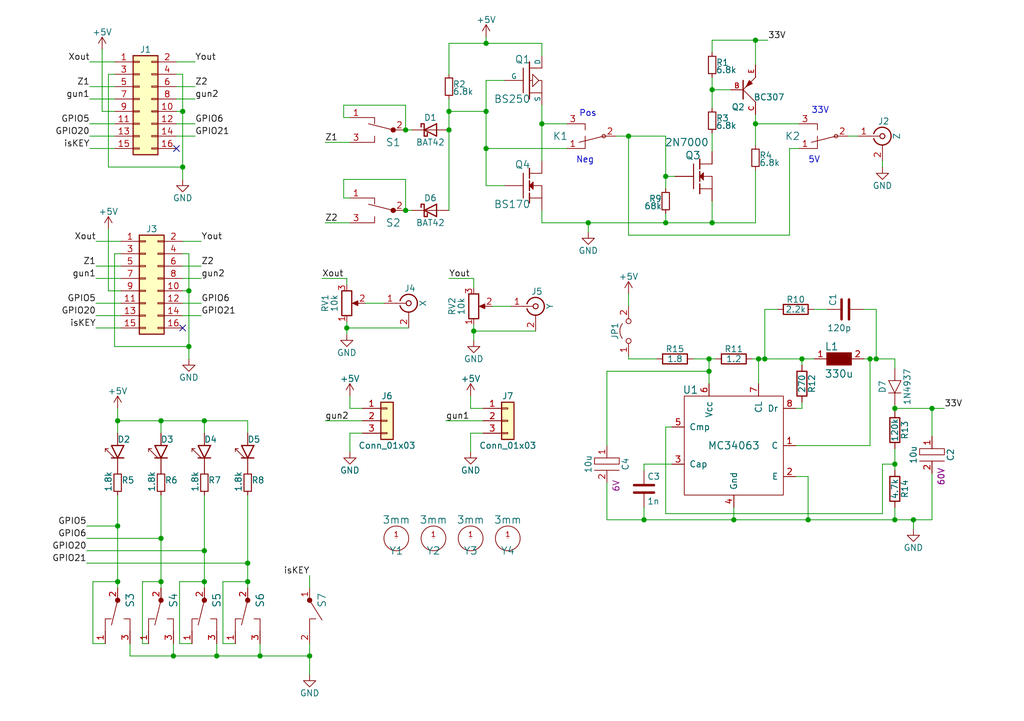
<source format=kicad_sch>
(kicad_sch (version 20211123) (generator eeschema)
  (paper "A5")
  (title_block (title "WWI Vectors: Display Tap with Higher-Voltage Z") (date "2023-07-06") (rev "0.2a"))
  (lib_symbols
    (symbol "Connector:Conn_Coaxial" (pin_names (offset 1.016) hide)
      (property "Reference" "J" (at 0.254 3.048 0))
      (property "Value" "Conn_Coaxial" (at 2.921 0 90))
      (symbol "Conn_Coaxial_0_1"
        (arc (start -1.778 -0.508) (mid 0.2311 -1.8066) (end 1.778 0) (stroke (width 0.254)))
        (polyline (pts (xy -2.54 0) (xy -0.508 0)))
        (polyline (pts (xy 0 -2.54) (xy 0 -1.778)))
        (circle (center 0 0) (radius 0.508) (stroke (width 0.2032)))
        (arc (start 1.778 0) (mid 0.2099 1.8101) (end -1.778 0.508) (stroke (width 0.254)))
      )
      (symbol "Conn_Coaxial_1_1"
        (pin passive line (at -5.08 0 0) (length 2.54) (name "In") (number "1"))
        (pin passive line (at 0 -5.08 90) (length 2.54) (name "Ext") (number "2"))
      )
    )
    (symbol "Connector_Generic:Conn_01x03" (pin_names (offset 1.016) hide)
      (property "Reference" "J" (at 0 5.08 0))
      (property "Value" "Conn_01x03" (at 0 -5.08 0))
      (symbol "Conn_01x03_1_1"
        (rectangle (start -1.27 -2.413) (end 0 -2.667) (stroke (width 0.1524)))
        (rectangle (start -1.27 0.127) (end 0 -0.127) (stroke (width 0.1524)))
        (rectangle (start -1.27 2.667) (end 0 2.413) (stroke (width 0.1524)))
        (rectangle (start -1.27 3.81) (end 1.27 -3.81) (stroke (width 0.254)) (fill (type background)))
        (pin passive line (at -5.08 2.54 0) (length 3.81) (name "Pin_1") (number "1"))
        (pin passive line (at -5.08 0 0) (length 3.81) (name "Pin_2") (number "2"))
        (pin passive line (at -5.08 -2.54 0) (length 3.81) (name "Pin_3") (number "3"))
      )
    )
    (symbol "Connector_Generic:Conn_02x08_Odd_Even" (pin_names (offset 1.016) hide)
      (property "Reference" "J" (at 1.27 10.16 0))
      (property "Value" "Conn_02x08_Odd_Even" (at 1.27 -12.7 0))
      (symbol "Conn_02x08_Odd_Even_1_1"
        (rectangle (start -1.27 -10.033) (end 0 -10.287) (stroke (width 0.1524)))
        (rectangle (start -1.27 -7.493) (end 0 -7.747) (stroke (width 0.1524)))
        (rectangle (start -1.27 -4.953) (end 0 -5.207) (stroke (width 0.1524)))
        (rectangle (start -1.27 -2.413) (end 0 -2.667) (stroke (width 0.1524)))
        (rectangle (start -1.27 0.127) (end 0 -0.127) (stroke (width 0.1524)))
        (rectangle (start -1.27 2.667) (end 0 2.413) (stroke (width 0.1524)))
        (rectangle (start -1.27 5.207) (end 0 4.953) (stroke (width 0.1524)))
        (rectangle (start -1.27 7.747) (end 0 7.493) (stroke (width 0.1524)))
        (rectangle (start -1.27 8.89) (end 3.81 -11.43) (stroke (width 0.254)) (fill (type background)))
        (rectangle (start 3.81 -10.033) (end 2.54 -10.287) (stroke (width 0.1524)))
        (rectangle (start 3.81 -7.493) (end 2.54 -7.747) (stroke (width 0.1524)))
        (rectangle (start 3.81 -4.953) (end 2.54 -5.207) (stroke (width 0.1524)))
        (rectangle (start 3.81 -2.413) (end 2.54 -2.667) (stroke (width 0.1524)))
        (rectangle (start 3.81 0.127) (end 2.54 -0.127) (stroke (width 0.1524)))
        (rectangle (start 3.81 2.667) (end 2.54 2.413) (stroke (width 0.1524)))
        (rectangle (start 3.81 5.207) (end 2.54 4.953) (stroke (width 0.1524)))
        (rectangle (start 3.81 7.747) (end 2.54 7.493) (stroke (width 0.1524)))
        (pin passive line (at -5.08 7.62 0) (length 3.81) (name "Pin_1") (number "1"))
        (pin passive line (at 7.62 -2.54 180) (length 3.81) (name "Pin_10") (number "10"))
        (pin passive line (at -5.08 -5.08 0) (length 3.81) (name "Pin_11") (number "11"))
        (pin passive line (at 7.62 -5.08 180) (length 3.81) (name "Pin_12") (number "12"))
        (pin passive line (at -5.08 -7.62 0) (length 3.81) (name "Pin_13") (number "13"))
        (pin passive line (at 7.62 -7.62 180) (length 3.81) (name "Pin_14") (number "14"))
        (pin passive line (at -5.08 -10.16 0) (length 3.81) (name "Pin_15") (number "15"))
        (pin passive line (at 7.62 -10.16 180) (length 3.81) (name "Pin_16") (number "16"))
        (pin passive line (at 7.62 7.62 180) (length 3.81) (name "Pin_2") (number "2"))
        (pin passive line (at -5.08 5.08 0) (length 3.81) (name "Pin_3") (number "3"))
        (pin passive line (at 7.62 5.08 180) (length 3.81) (name "Pin_4") (number "4"))
        (pin passive line (at -5.08 2.54 0) (length 3.81) (name "Pin_5") (number "5"))
        (pin passive line (at 7.62 2.54 180) (length 3.81) (name "Pin_6") (number "6"))
        (pin passive line (at -5.08 0 0) (length 3.81) (name "Pin_7") (number "7"))
        (pin passive line (at 7.62 0 180) (length 3.81) (name "Pin_8") (number "8"))
        (pin passive line (at -5.08 -2.54 0) (length 3.81) (name "Pin_9") (number "9"))
      )
    )
    (symbol "Device:C" (pin_numbers hide) (pin_names (offset 0.254))
      (property "Reference" "C" (at 0.635 2.54 0))
      (property "Value" "C" (at 0.635 -2.54 0))
      (symbol "C_0_1"
        (polyline (pts (xy -2.032 -0.762) (xy 2.032 -0.762)) (stroke (width 0.508)))
        (polyline (pts (xy -2.032 0.762) (xy 2.032 0.762)) (stroke (width 0.508)))
      )
      (symbol "C_1_1"
        (pin passive line (at 0 3.81 270) (length 2.794) (name "~") (number "1"))
        (pin passive line (at 0 -3.81 90) (length 2.794) (name "~") (number "2"))
      )
    )
    (symbol "Device:R" (pin_numbers hide) (pin_names (offset 0))
      (property "Reference" "R" (at 2.032 0 90))
      (property "Value" "R" (at 0 0 90))
      (symbol "R_0_1"
        (rectangle (start -1.016 -2.54) (end 1.016 2.54) (stroke (width 0.254)))
      )
      (symbol "R_1_1"
        (pin passive line (at 0 3.81 270) (length 1.27) (name "~") (number "1"))
        (pin passive line (at 0 -3.81 90) (length 1.27) (name "~") (number "2"))
      )
    )
    (symbol "Device:R_Potentiometer" (pin_names (offset 1.016) hide)
      (property "Reference" "RV" (at -4.445 0 90))
      (property "Value" "R_Potentiometer" (at -2.54 0 90))
      (symbol "R_Potentiometer_0_1"
        (polyline (pts (xy 2.54 0) (xy 1.524 0)))
        (polyline (pts (xy 1.143 0) (xy 2.286 0.508) (xy 2.286 -0.508) (xy 1.143 0)) (fill (type outline)))
        (rectangle (start 1.016 2.54) (end -1.016 -2.54) (stroke (width 0.254)))
      )
      (symbol "R_Potentiometer_1_1"
        (pin passive line (at 0 3.81 270) (length 1.27) (name "1") (number "1"))
        (pin passive line (at 3.81 0 180) (length 1.27) (name "2") (number "2"))
        (pin passive line (at 0 -3.81 90) (length 1.27) (name "3") (number "3"))
      )
    )
    (symbol "Device:R_Small" (pin_numbers hide) (pin_names (offset 0.254) hide)
      (property "Reference" "R" (at 0.762 0.508 0))
      (property "Value" "R_Small" (at 0.762 -1.016 0))
      (symbol "R_Small_0_1"
        (rectangle (start -0.762 1.778) (end 0.762 -1.778) (stroke (width 0.2032)))
      )
      (symbol "R_Small_1_1"
        (pin passive line (at 0 2.54 270) (length 0.762) (name "~") (number "1"))
        (pin passive line (at 0 -2.54 90) (length 0.762) (name "~") (number "2"))
      )
    )
    (symbol "Diode:BAT42" (pin_numbers hide) (pin_names (offset 1.016) hide)
      (property "Reference" "D" (at 0 2.54 0))
      (property "Value" "BAT42" (at 0 -2.54 0))
      (symbol "BAT42_0_1"
        (polyline (pts (xy 1.27 0) (xy -1.27 0)))
        (polyline (pts (xy 1.27 1.27) (xy 1.27 -1.27) (xy -1.27 0) (xy 1.27 1.27)) (stroke (width 0.254)))
        (polyline (pts (xy -1.905 0.635) (xy -1.905 1.27) (xy -1.27 1.27) (xy -1.27 -1.27) (xy -0.635 -1.27) (xy -0.635 -0.635)) (stroke (width 0.254)))
      )
      (symbol "BAT42_1_1"
        (pin passive line (at -3.81 0 0) (length 2.54) (name "K") (number "1"))
        (pin passive line (at 3.81 0 180) (length 2.54) (name "A") (number "2"))
      )
    )
    (symbol "Jumper:Jumper_2_Open" (pin_names (offset 0) hide)
      (property "Reference" "JP" (at 0 2.794 0))
      (property "Value" "Jumper_2_Open" (at 0 -2.286 0))
      (symbol "Jumper_2_Open_0_0"
        (circle (center -2.032 0) (radius 0.508))
        (circle (center 2.032 0) (radius 0.508))
      )
      (symbol "Jumper_2_Open_0_1"
        (arc (start 1.524 1.27) (mid 0 1.778) (end -1.524 1.27))
      )
      (symbol "Jumper_2_Open_1_1"
        (pin passive line (at -5.08 0 0) (length 2.54) (name "A") (number "1"))
        (pin passive line (at 5.08 0 180) (length 2.54) (name "B") (number "2"))
      )
    )
    (symbol "TASTERU_1" (pin_names (offset 1.016))
      (property "Reference" "S" (at -3.81 -3.81 0))
      (symbol "TASTERU_1_0_1"
        (circle (center -3.81 -6.35) (radius 0.4572) (fill (type outline)))
        (polyline (pts (xy -3.81 -6.35) (xy 1.27 -7.62)))
        (polyline (pts (xy 2.54 -3.81) (xy 0 -3.81) (xy 0 -5.08)))
        (polyline (pts (xy 0 -7.62) (xy 0 -8.89) (xy 2.54 -8.89) (xy 2.54 -8.89)))
      )
      (symbol "TASTERU_1_1_1"
        (pin input line (at 5.08 -8.89 180) (length 2.54) (name "~") (number "1"))
        (pin input line (at -6.35 -6.35 0) (length 2.54) (name "~") (number "2"))
        (pin input line (at 5.08 -3.81 180) (length 2.54) (name "~") (number "3"))
      )
    )
    (symbol "TASTERU_2" (pin_names (offset 1.016))
      (property "Reference" "S" (at -3.81 -3.81 0))
      (symbol "TASTERU_2_0_1"
        (circle (center -3.81 -6.35) (radius 0.4572) (fill (type outline)))
        (polyline (pts (xy -3.81 -6.35) (xy 1.27 -7.62)))
        (polyline (pts (xy 2.54 -3.81) (xy 0 -3.81) (xy 0 -5.08)))
        (polyline (pts (xy 0 -7.62) (xy 0 -8.89) (xy 2.54 -8.89) (xy 2.54 -8.89)))
      )
      (symbol "TASTERU_2_1_1"
        (pin input line (at 5.08 -8.89 180) (length 2.54) (name "~") (number "1"))
        (pin input line (at -6.35 -6.35 0) (length 2.54) (name "~") (number "2"))
        (pin input line (at 5.08 -3.81 180) (length 2.54) (name "~") (number "3"))
      )
    )
    (symbol "TASTERU_3" (pin_names (offset 1.016))
      (property "Reference" "S" (at -3.81 -3.81 0))
      (symbol "TASTERU_3_0_1"
        (circle (center -3.81 -6.35) (radius 0.4572) (fill (type outline)))
        (polyline (pts (xy -3.81 -6.35) (xy 1.27 -7.62)))
        (polyline (pts (xy 2.54 -3.81) (xy 0 -3.81) (xy 0 -5.08)))
        (polyline (pts (xy 0 -7.62) (xy 0 -8.89) (xy 2.54 -8.89) (xy 2.54 -8.89)))
      )
      (symbol "TASTERU_3_1_1"
        (pin input line (at 5.08 -8.89 180) (length 2.54) (name "~") (number "1"))
        (pin input line (at -6.35 -6.35 0) (length 2.54) (name "~") (number "2"))
        (pin input line (at 5.08 -3.81 180) (length 2.54) (name "~") (number "3"))
      )
    )
    (symbol "TASTERU_4" (pin_names (offset 1.016))
      (property "Reference" "S" (at -3.81 -3.81 0))
      (symbol "TASTERU_4_0_1"
        (circle (center -3.81 -6.35) (radius 0.4572) (fill (type outline)))
        (polyline (pts (xy -3.81 -6.35) (xy 1.27 -7.62)))
        (polyline (pts (xy 2.54 -3.81) (xy 0 -3.81) (xy 0 -5.08)))
        (polyline (pts (xy 0 -7.62) (xy 0 -8.89) (xy 2.54 -8.89) (xy 2.54 -8.89)))
      )
      (symbol "TASTERU_4_1_1"
        (pin input line (at 5.08 -8.89 180) (length 2.54) (name "~") (number "1"))
        (pin input line (at -6.35 -6.35 0) (length 2.54) (name "~") (number "2"))
        (pin input line (at 5.08 -3.81 180) (length 2.54) (name "~") (number "3"))
      )
    )
    (symbol "TASTERU_5" (pin_names (offset 1.016))
      (property "Reference" "S" (at -3.81 -3.81 0))
      (symbol "TASTERU_5_0_1"
        (circle (center -3.81 -6.35) (radius 0.4572) (fill (type outline)))
        (polyline (pts (xy -3.81 -6.35) (xy 1.27 -7.62)))
        (polyline (pts (xy 2.54 -3.81) (xy 0 -3.81) (xy 0 -5.08)))
        (polyline (pts (xy 0 -7.62) (xy 0 -8.89) (xy 2.54 -8.89) (xy 2.54 -8.89)))
      )
      (symbol "TASTERU_5_1_1"
        (pin input line (at 5.08 -8.89 180) (length 2.54) (name "~") (number "1"))
        (pin input line (at -6.35 -6.35 0) (length 2.54) (name "~") (number "2"))
        (pin input line (at 5.08 -3.81 180) (length 2.54) (name "~") (number "3"))
      )
    )
    (symbol "TASTERU_6" (pin_names (offset 1.016))
      (property "Reference" "S" (at -3.81 -3.81 0))
      (symbol "TASTERU_6_0_1"
        (circle (center -3.81 -6.35) (radius 0.4572) (fill (type outline)))
        (polyline (pts (xy -3.81 -6.35) (xy 1.27 -7.62)))
        (polyline (pts (xy 2.54 -3.81) (xy 0 -3.81) (xy 0 -5.08)))
        (polyline (pts (xy 0 -7.62) (xy 0 -8.89) (xy 2.54 -8.89) (xy 2.54 -8.89)))
      )
      (symbol "TASTERU_6_1_1"
        (pin input line (at 5.08 -8.89 180) (length 2.54) (name "~") (number "1"))
        (pin input line (at -6.35 -6.35 0) (length 2.54) (name "~") (number "2"))
        (pin input line (at 5.08 -3.81 180) (length 2.54) (name "~") (number "3"))
      )
    )
    (symbol "power:+5V" (power) (pin_names (offset 0))
      (property "Value" "+5V" (at 0 3.556 0))
      (symbol "+5V_0_1"
        (polyline (pts (xy -0.762 1.27) (xy 0 2.54)))
        (polyline (pts (xy 0 0) (xy 0 2.54)))
        (polyline (pts (xy 0 2.54) (xy 0.762 1.27)))
      )
      (symbol "+5V_1_1"
        (pin power_in line (at 0 0 90) (length 0) hide (name "+5V") (number "1"))
      )
    )
    (symbol "power:GND" (power) (pin_names (offset 0))
      (property "Value" "GND" (at 0 -3.81 0))
      (symbol "GND_0_1"
        (polyline (pts (xy 0 0) (xy 0 -1.27) (xy 1.27 -1.27) (xy 0 -2.54) (xy -1.27 -1.27) (xy 0 -1.27)))
      )
      (symbol "GND_1_1"
        (pin power_in line (at 0 0 270) (length 0) hide (name "GND") (number "1"))
      )
    )
    (symbol "rg:1N4448" (pin_numbers hide) (pin_names (offset 1.016) hide)
      (property "Reference" "D" (at 0 2.54 0))
      (property "Value" "1N4448" (at 0 -2.54 0))
      (symbol "1N4448_0_1"
        (polyline (pts (xy -1.27 1.27) (xy -1.27 -1.27)))
        (polyline (pts (xy 1.27 1.27) (xy -1.27 0) (xy 1.27 -1.27) (xy 1.27 1.27)))
      )
      (symbol "1N4448_1_1"
        (pin passive line (at -3.81 0 0) (length 2.54) (name "K") (number "1"))
        (pin passive line (at 3.81 0 180) (length 2.54) (name "A") (number "2"))
      )
    )
    (symbol "rg:1UM" (pin_names (offset 1.016))
      (property "Reference" "K" (at 6.35 0 0))
      (symbol "1UM_0_1"
        (circle (center -2.54 0) (radius 0.3556))
        (polyline (pts (xy -2.54 0) (xy 2.54 -1.27) (xy 2.54 -1.27) (xy 2.54 -1.27)))
        (polyline (pts (xy 2.54 -2.54) (xy 1.27 -2.54) (xy 1.27 0) (xy 1.27 0) (xy 1.27 0)))
        (polyline (pts (xy 2.54 2.54) (xy 1.27 2.54) (xy 1.27 1.27) (xy 1.27 1.27) (xy 1.27 1.27)))
      )
      (symbol "1UM_1_1"
        (pin bidirectional line (at 5.08 -2.54 180) (length 2.54) (name "~") (number "1"))
        (pin bidirectional line (at -5.08 0 0) (length 2.54) (name "~") (number "2"))
        (pin bidirectional line (at 5.08 2.54 180) (length 2.54) (name "~") (number "3"))
      )
    )
    (symbol "rg:BC307" (pin_names (offset 1.016) hide)
      (property "Reference" "Q" (at -1.016 3.556 0))
      (property "Value" "BC307" (at 5.334 1.524 0))
      (symbol "BC307_0_1"
        (polyline (pts (xy 0 0) (xy 2.54 2.54)))
        (polyline (pts (xy 0 1.905) (xy 0 -1.905) (xy 0 -1.905)) (stroke (width 0.254)) (fill (type outline)))
        (polyline (pts (xy 0.635 -0.635) (xy 0 0) (xy 0 0)))
        (polyline (pts (xy 2.54 -2.54) (xy 1.651 -1.651) (xy 1.651 -1.651)))
        (polyline (pts (xy 0.635 -0.635) (xy 1.27 -1.905) (xy 1.905 -1.27) (xy 0.635 -0.635) (xy 0.635 -0.635)) (fill (type outline)))
      )
      (symbol "BC307_1_1"
        (pin input line (at -2.54 0 0) (length 2.54) (name "B") (number "B"))
        (pin passive line (at 2.54 5.08 270) (length 2.54) (name "C") (number "C"))
        (pin passive line (at 2.54 -5.08 90) (length 2.54) (name "E") (number "E"))
      )
    )
    (symbol "rg:BOHRLOCH" (pin_names (offset 1.016))
      (property "Reference" "Y" (at 0 -2.54 0))
      (property "Value" "BOHRLOCH" (at 0 2.54 0))
      (symbol "BOHRLOCH_0_1"
        (circle (center 0 0) (radius 2.54))
      )
      (symbol "BOHRLOCH_1_1"
        (pin passive line (at 0 0 180) (length 0) (name "~") (number "1"))
      )
    )
    (symbol "rg:BS170" (pin_numbers hide) (pin_names (offset 0))
      (property "Reference" "Q" (at 0.254 4.318 0))
      (property "Value" "BS170" (at 0.254 -3.81 0))
      (symbol "BS170_0_1"
        (polyline (pts (xy -1.27 -2.54) (xy -1.27 2.54)) (stroke (width 0.2032)))
        (polyline (pts (xy 0 -3.556) (xy 0 -1.524)) (stroke (width 0.254)))
        (polyline (pts (xy 0 -2.54) (xy 2.54 -2.54)))
        (polyline (pts (xy 0 1.016) (xy 0 -1.016)) (stroke (width 0.254)))
        (polyline (pts (xy 0 3.556) (xy 0 1.524)) (stroke (width 0.254)))
        (polyline (pts (xy 2.54 2.54) (xy 0 2.54)))
        (polyline (pts (xy 2.54 -2.54) (xy 2.54 0) (xy 0.762 0)))
        (polyline (pts (xy 0 0) (xy 0.762 0.762) (xy 0.762 -0.762) (xy 0 0)) (fill (type outline)))
      )
      (symbol "BS170_1_1"
        (pin passive line (at 2.54 5.08 270) (length 2.54) (name "") (number "D"))
        (pin input line (at -5.08 0 0) (length 3.81) (name "") (number "G"))
        (pin passive line (at 2.54 -5.08 90) (length 2.54) (name "") (number "S"))
      )
    )
    (symbol "rg:BS250" (pin_numbers hide) (pin_names (offset 0))
      (property "Reference" "Q" (at 0.254 4.318 0))
      (property "Value" "BS250" (at 0.254 -3.81 0))
      (symbol "BS250_0_1"
        (polyline (pts (xy -1.27 -2.54) (xy -1.27 2.54)) (stroke (width 0.2032)))
        (polyline (pts (xy 0 -3.81) (xy 0 3.81)) (stroke (width 0.254)))
        (polyline (pts (xy 2.54 -2.54) (xy 0 -2.54)))
        (polyline (pts (xy 2.54 2.54) (xy 0 2.54)))
        (polyline (pts (xy 1.905 0) (xy 2.54 0) (xy 2.54 -2.54)))
        (polyline (pts (xy 0 0) (xy 0.635 0) (xy 0.635 0.635) (xy 0.635 1.27) (xy 1.905 0) (xy 0.635 -1.27) (xy 0.635 0)))
      )
      (symbol "BS250_1_1"
        (pin passive line (at 2.54 5.08 270) (length 2.54) (name "D") (number "D"))
        (pin input line (at -5.08 0 0) (length 3.81) (name "G") (number "G"))
        (pin passive line (at 2.54 -5.08 90) (length 2.54) (name "S") (number "S"))
      )
    )
    (symbol "rg:ELKO" (pin_names (offset 1.016))
      (property "Reference" "C" (at -1.27 3.81 0))
      (property "Value" "ELKO" (at -1.27 -3.81 0))
      (property "Voltage" "63V" (at -1.27 -5.715 0))
      (symbol "ELKO_0_1"
        (rectangle (start -2.54 2.54) (end -1.27 -2.54))
        (polyline (pts (xy 0 2.54) (xy 0 -2.54) (xy 0 -2.54)))
      )
      (symbol "ELKO_1_1"
        (pin passive line (at -5.08 0 0) (length 2.54) (name "~") (number "1"))
        (pin passive line (at 2.54 0 180) (length 2.54) (name "~") (number "2"))
      )
    )
    (symbol "rg:INDUCTOR" (pin_names (offset 1.016))
      (property "Reference" "L" (at -1.524 2.54 0))
      (property "Value" "INDUCTOR" (at 0 -3.048 0))
      (symbol "INDUCTOR_0_1"
        (rectangle (start -2.54 1.27) (end 2.54 -1.27) (fill (type outline)))
      )
      (symbol "INDUCTOR_1_1"
        (pin input line (at -5.08 0 0) (length 2.54) (name "~") (number "1"))
        (pin input line (at 5.08 0 180) (length 2.54) (name "~") (number "2"))
      )
    )
    (symbol "rg:LED" (pin_numbers hide) (pin_names (offset 1.016) hide)
      (property "Reference" "D" (at -2.54 2.54 0))
      (symbol "LED_0_1"
        (polyline (pts (xy -1.27 -1.27) (xy -1.27 1.27)) (stroke (width 0.254)))
        (polyline (pts (xy 0.635 2.54) (xy 0.635 1.905)))
        (polyline (pts (xy -1.27 0.635) (xy 0.635 2.54) (xy 0 2.54)))
        (polyline (pts (xy 1.27 -1.27) (xy 1.27 1.27) (xy -1.27 0) (xy 1.27 -1.27)) (stroke (width 0.254)))
      )
      (symbol "LED_1_1"
        (pin passive line (at 3.81 0 180) (length 2.54) (name "A") (number "A"))
        (pin passive line (at -3.81 0 0) (length 2.54) (name "K") (number "K"))
      )
    )
    (symbol "rg:MC34063" (pin_names (offset 1.016))
      (property "Reference" "U" (at -8.89 11.43 0))
      (property "Value" "MC34063" (at 0 0 0))
      (symbol "MC34063_0_1"
        (rectangle (start -10.16 10.16) (end 10.16 -10.16))
      )
      (symbol "MC34063_1_1"
        (pin input line (at 12.7 0 180) (length 2.54) (name "C") (number "1"))
        (pin input line (at 12.7 -6.35 180) (length 2.54) (name "E") (number "2"))
        (pin input line (at -12.7 -3.81 0) (length 2.54) (name "Cap") (number "3"))
        (pin input line (at 0 -12.7 90) (length 2.54) (name "Gnd") (number "4"))
        (pin input line (at -12.7 3.81 0) (length 2.54) (name "Cmp") (number "5"))
        (pin input line (at -5.08 12.7 270) (length 2.54) (name "Vcc") (number "6"))
        (pin input line (at 5.08 12.7 270) (length 2.54) (name "CL") (number "7"))
        (pin input line (at 12.7 7.62 180) (length 2.54) (name "Dr") (number "8"))
      )
    )
    (symbol "rg:TASTER" (pin_names (offset 1.016))
      (property "Reference" "S" (at -3.81 -3.81 0))
      (symbol "TASTER_0_1"
        (circle (center -3.81 -6.35) (radius 0.4572) (fill (type outline)))
        (polyline (pts (xy -3.81 -6.35) (xy 0.254 -3.81) (xy 0.254 -3.81) (xy 0.254 -3.81)))
        (polyline (pts (xy 0 -5.08) (xy 0 -6.35) (xy 2.54 -6.35) (xy 2.54 -6.35)))
      )
      (symbol "TASTER_1_1"
        (pin input line (at -6.35 -6.35 0) (length 2.54) (name "~") (number "1"))
        (pin input line (at 5.08 -6.35 180) (length 2.54) (name "~") (number "2"))
      )
    )
  )
  (junction (at 37.465 34.29))
  (junction (at 145.415 73.66))
  (junction (at 38.735 59.69))
  (junction (at 179.705 73.66))
  (junction (at 145.415 76.2))
  (junction (at 120.65 45.72))
  (junction (at 41.91 119.38))
  (junction (at 191.135 83.82))
  (junction (at 183.515 95.25))
  (junction (at 183.515 83.82))
  (junction (at 41.91 113.03))
  (junction (at 53.34 134.62))
  (junction (at 44.45 134.62))
  (junction (at 187.325 106.68))
  (junction (at 154.94 8.255))
  (junction (at 165.735 106.68))
  (junction (at 146.05 18.415))
  (junction (at 164.465 73.66))
  (junction (at 24.13 107.95))
  (junction (at 128.905 27.94))
  (junction (at 99.695 22.86))
  (junction (at 33.02 110.49))
  (junction (at 50.8 115.57))
  (junction (at 83.185 26.67))
  (junction (at 33.02 119.38))
  (junction (at 183.515 106.68))
  (junction (at 92.075 26.67))
  (junction (at 99.695 30.48))
  (junction (at 33.02 86.36))
  (junction (at 83.185 43.18))
  (junction (at 111.125 25.4))
  (junction (at 136.525 45.72))
  (junction (at 50.8 119.38))
  (junction (at 178.435 73.66))
  (junction (at 41.91 86.36))
  (junction (at 24.13 119.38))
  (junction (at 150.495 106.68))
  (junction (at 154.94 25.4))
  (junction (at 156.845 73.66))
  (junction (at 97.155 67.945))
  (junction (at 37.465 22.86))
  (junction (at 92.075 22.86))
  (junction (at 99.695 8.89))
  (junction (at 71.12 67.31))
  (junction (at 35.56 134.62))
  (junction (at 136.525 36.195))
  (junction (at 132.08 106.68))
  (junction (at 63.5 134.62))
  (junction (at 155.575 73.66))
  (junction (at 24.13 86.36))
  (junction (at 146.05 45.72))
  (junction (at 38.735 71.12))
  (no_connect (at 36.195 30.48))
  (no_connect (at 37.465 67.31))
  (wire (pts (xy 18.415 12.7) (xy 23.495 12.7)))
  (wire (pts (xy 83.185 26.67) (xy 84.455 26.67)))
  (wire (pts (xy 18.415 17.78) (xy 23.495 17.78)))
  (wire (pts (xy 150.495 106.68) (xy 165.735 106.68)))
  (wire (pts (xy 19.685 49.53) (xy 24.765 49.53)))
  (wire (pts (xy 183.515 92.075) (xy 183.515 95.25)))
  (wire (pts (xy 71.12 58.42) (xy 71.12 57.15)))
  (wire (pts (xy 33.02 86.36) (xy 33.02 88.9)))
  (wire (pts (xy 99.695 8.89) (xy 111.125 8.89)))
  (wire (pts (xy 71.12 67.31) (xy 83.82 67.31)))
  (wire (pts (xy 37.465 49.53) (xy 41.275 49.53)))
  (wire (pts (xy 97.155 67.945) (xy 97.155 69.85)))
  (wire (pts (xy 92.075 26.67) (xy 92.075 43.18)))
  (wire (pts (xy 126.365 27.94) (xy 128.905 27.94)))
  (wire (pts (xy 145.415 73.66) (xy 146.685 73.66)))
  (wire (pts (xy 150.495 106.68) (xy 150.495 104.14)))
  (wire (pts (xy 38.735 59.69) (xy 38.735 71.12)))
  (wire (pts (xy 26.67 132.08) (xy 26.67 134.62)))
  (wire (pts (xy 120.65 45.72) (xy 136.525 45.72)))
  (wire (pts (xy 66.675 86.36) (xy 74.295 86.36)))
  (wire (pts (xy 26.67 134.62) (xy 35.56 134.62)))
  (wire (pts (xy 37.465 15.24) (xy 37.465 22.86)))
  (wire (pts (xy 180.975 33.02) (xy 180.975 34.29)))
  (wire (pts (xy 24.765 52.07) (xy 23.495 52.07)))
  (wire (pts (xy 97.155 66.675) (xy 97.155 67.945)))
  (wire (pts (xy 163.195 83.82) (xy 164.465 83.82)))
  (wire (pts (xy 37.465 59.69) (xy 38.735 59.69)))
  (wire (pts (xy 145.415 78.74) (xy 145.415 76.2)))
  (wire (pts (xy 71.12 67.31) (xy 71.12 68.58)))
  (wire (pts (xy 178.435 73.66) (xy 178.435 91.44)))
  (wire (pts (xy 24.13 101.6) (xy 24.13 107.95)))
  (wire (pts (xy 136.525 36.195) (xy 136.525 38.735)))
  (wire (pts (xy 92.075 57.15) (xy 97.155 57.15)))
  (wire (pts (xy 146.05 8.255) (xy 154.94 8.255)))
  (wire (pts (xy 44.45 134.62) (xy 53.34 134.62)))
  (wire (pts (xy 37.465 57.15) (xy 41.275 57.15)))
  (wire (pts (xy 63.5 132.08) (xy 63.5 134.62)))
  (wire (pts (xy 36.195 15.24) (xy 37.465 15.24)))
  (wire (pts (xy 183.515 83.82) (xy 183.515 84.455)))
  (wire (pts (xy 50.8 115.57) (xy 50.8 119.38)))
  (wire (pts (xy 92.075 22.86) (xy 99.695 22.86)))
  (wire (pts (xy 19.685 54.61) (xy 24.765 54.61)))
  (wire (pts (xy 71.755 24.13) (xy 70.485 24.13)))
  (wire (pts (xy 187.325 106.68) (xy 191.135 106.68)))
  (wire (pts (xy 154.94 8.255) (xy 154.94 13.335)))
  (wire (pts (xy 18.415 27.94) (xy 23.495 27.94)))
  (wire (pts (xy 17.78 113.03) (xy 41.91 113.03)))
  (wire (pts (xy 111.125 8.89) (xy 111.125 11.43)))
  (wire (pts (xy 163.83 30.48) (xy 161.925 30.48)))
  (wire (pts (xy 24.765 59.69) (xy 22.225 59.69)))
  (wire (pts (xy 35.56 132.08) (xy 35.56 134.62)))
  (wire (pts (xy 92.075 20.32) (xy 92.075 22.86)))
  (wire (pts (xy 136.525 43.815) (xy 136.525 45.72)))
  (wire (pts (xy 100.965 62.865) (xy 104.775 62.865)))
  (wire (pts (xy 136.525 45.72) (xy 146.05 45.72)))
  (wire (pts (xy 165.735 97.79) (xy 165.735 106.68)))
  (wire (pts (xy 33.02 86.36) (xy 41.91 86.36)))
  (wire (pts (xy 96.52 81.28) (xy 96.52 83.82)))
  (wire (pts (xy 71.755 88.9) (xy 71.755 92.71)))
  (wire (pts (xy 103.505 16.51) (xy 99.695 16.51)))
  (wire (pts (xy 50.8 88.9) (xy 50.8 86.36)))
  (wire (pts (xy 191.135 106.68) (xy 191.135 97.155)))
  (wire (pts (xy 164.465 83.82) (xy 164.465 82.55)))
  (wire (pts (xy 91.44 86.36) (xy 99.06 86.36)))
  (wire (pts (xy 29.21 119.38) (xy 33.02 119.38)))
  (wire (pts (xy 35.56 134.62) (xy 44.45 134.62)))
  (wire (pts (xy 45.72 119.38) (xy 50.8 119.38)))
  (wire (pts (xy 191.135 83.82) (xy 193.675 83.82)))
  (wire (pts (xy 23.495 15.24) (xy 22.225 15.24)))
  (wire (pts (xy 132.08 95.25) (xy 132.08 96.52)))
  (wire (pts (xy 23.495 52.07) (xy 23.495 71.12)))
  (wire (pts (xy 99.06 83.82) (xy 96.52 83.82)))
  (wire (pts (xy 132.08 106.68) (xy 124.46 106.68)))
  (wire (pts (xy 18.415 30.48) (xy 23.495 30.48)))
  (wire (pts (xy 183.515 106.68) (xy 187.325 106.68)))
  (wire (pts (xy 38.735 52.07) (xy 38.735 59.69)))
  (wire (pts (xy 17.78 107.95) (xy 24.13 107.95)))
  (wire (pts (xy 36.195 22.86) (xy 37.465 22.86)))
  (wire (pts (xy 178.435 73.66) (xy 177.165 73.66)))
  (wire (pts (xy 124.46 91.44) (xy 124.46 76.2)))
  (wire (pts (xy 83.185 43.18) (xy 84.455 43.18)))
  (wire (pts (xy 136.525 87.63) (xy 137.795 87.63)))
  (wire (pts (xy 50.8 101.6) (xy 50.8 115.57)))
  (wire (pts (xy 24.13 86.36) (xy 24.13 88.9)))
  (wire (pts (xy 149.86 18.415) (xy 146.05 18.415)))
  (wire (pts (xy 164.465 73.66) (xy 156.845 73.66)))
  (wire (pts (xy 36.195 20.32) (xy 40.005 20.32)))
  (wire (pts (xy 145.415 76.2) (xy 145.415 73.66)))
  (wire (pts (xy 128.905 60.325) (xy 128.905 62.865)))
  (wire (pts (xy 161.925 30.48) (xy 161.925 48.26)))
  (wire (pts (xy 66.675 29.21) (xy 71.755 29.21)))
  (wire (pts (xy 36.83 132.08) (xy 36.83 119.38)))
  (wire (pts (xy 45.72 132.08) (xy 45.72 119.38)))
  (wire (pts (xy 183.515 95.25) (xy 183.515 96.52)))
  (wire (pts (xy 19.685 57.15) (xy 24.765 57.15)))
  (wire (pts (xy 22.225 34.29) (xy 37.465 34.29)))
  (wire (pts (xy 63.5 134.62) (xy 63.5 138.43)))
  (wire (pts (xy 111.125 25.4) (xy 111.125 21.59)))
  (wire (pts (xy 37.465 62.23) (xy 41.275 62.23)))
  (wire (pts (xy 154.94 25.4) (xy 154.94 29.845)))
  (wire (pts (xy 96.52 88.9) (xy 96.52 92.71)))
  (wire (pts (xy 124.46 76.2) (xy 145.415 76.2)))
  (wire (pts (xy 183.515 83.82) (xy 191.135 83.82)))
  (wire (pts (xy 128.905 73.66) (xy 128.905 73.025)))
  (wire (pts (xy 146.05 18.415) (xy 146.05 22.225)))
  (wire (pts (xy 71.12 66.04) (xy 71.12 67.31)))
  (wire (pts (xy 92.075 8.89) (xy 99.695 8.89)))
  (wire (pts (xy 36.195 27.94) (xy 40.005 27.94)))
  (wire (pts (xy 74.93 62.23) (xy 78.74 62.23)))
  (wire (pts (xy 36.195 17.78) (xy 40.005 17.78)))
  (wire (pts (xy 37.465 64.77) (xy 41.275 64.77)))
  (wire (pts (xy 155.575 73.66) (xy 155.575 78.74)))
  (wire (pts (xy 17.78 115.57) (xy 50.8 115.57)))
  (wire (pts (xy 164.465 74.93) (xy 164.465 73.66)))
  (wire (pts (xy 66.675 45.72) (xy 71.755 45.72)))
  (wire (pts (xy 37.465 22.86) (xy 37.465 34.29)))
  (wire (pts (xy 74.295 83.82) (xy 71.755 83.82)))
  (wire (pts (xy 33.02 119.38) (xy 33.02 120.65)))
  (wire (pts (xy 19.685 62.23) (xy 24.765 62.23)))
  (wire (pts (xy 63.5 134.62) (xy 53.34 134.62)))
  (wire (pts (xy 24.13 119.38) (xy 24.13 120.65)))
  (wire (pts (xy 92.075 22.86) (xy 92.075 26.67)))
  (wire (pts (xy 124.46 106.68) (xy 124.46 99.06)))
  (wire (pts (xy 178.435 73.66) (xy 179.705 73.66)))
  (wire (pts (xy 111.125 25.4) (xy 111.125 33.02)))
  (wire (pts (xy 74.295 88.9) (xy 71.755 88.9)))
  (wire (pts (xy 154.94 34.925) (xy 154.94 45.72)))
  (wire (pts (xy 33.02 110.49) (xy 33.02 119.38)))
  (wire (pts (xy 183.515 73.66) (xy 183.515 75.565)))
  (wire (pts (xy 138.43 36.195) (xy 136.525 36.195)))
  (wire (pts (xy 154.305 73.66) (xy 155.575 73.66)))
  (wire (pts (xy 99.695 16.51) (xy 99.695 22.86)))
  (wire (pts (xy 19.685 64.77) (xy 24.765 64.77)))
  (wire (pts (xy 20.955 22.86) (xy 20.955 10.16)))
  (wire (pts (xy 37.465 34.29) (xy 37.465 36.83)))
  (wire (pts (xy 99.695 38.1) (xy 103.505 38.1)))
  (wire (pts (xy 146.05 45.72) (xy 154.94 45.72)))
  (wire (pts (xy 66.04 57.15) (xy 71.12 57.15)))
  (wire (pts (xy 70.485 24.13) (xy 70.485 21.59)))
  (wire (pts (xy 128.905 48.26) (xy 128.905 27.94)))
  (wire (pts (xy 180.975 95.25) (xy 180.975 105.41)))
  (wire (pts (xy 111.125 45.72) (xy 111.125 43.18)))
  (wire (pts (xy 36.195 25.4) (xy 40.005 25.4)))
  (wire (pts (xy 22.225 15.24) (xy 22.225 34.29)))
  (wire (pts (xy 132.08 95.25) (xy 137.795 95.25)))
  (wire (pts (xy 63.5 118.11) (xy 63.5 120.65)))
  (wire (pts (xy 38.735 71.12) (xy 38.735 73.66)))
  (wire (pts (xy 167.005 63.5) (xy 169.545 63.5)))
  (wire (pts (xy 33.02 101.6) (xy 33.02 110.49)))
  (wire (pts (xy 44.45 132.08) (xy 44.45 134.62)))
  (wire (pts (xy 146.05 10.795) (xy 146.05 8.255)))
  (wire (pts (xy 41.91 86.36) (xy 50.8 86.36)))
  (wire (pts (xy 41.91 86.36) (xy 41.91 88.9)))
  (wire (pts (xy 179.705 73.66) (xy 183.515 73.66)))
  (wire (pts (xy 163.195 97.79) (xy 165.735 97.79)))
  (wire (pts (xy 99.06 88.9) (xy 96.52 88.9)))
  (wire (pts (xy 53.34 134.62) (xy 53.34 132.08)))
  (wire (pts (xy 165.735 106.68) (xy 183.515 106.68)))
  (wire (pts (xy 161.925 48.26) (xy 128.905 48.26)))
  (wire (pts (xy 99.695 7.62) (xy 99.695 8.89)))
  (wire (pts (xy 99.695 30.48) (xy 99.695 38.1)))
  (wire (pts (xy 180.975 105.41) (xy 136.525 105.41)))
  (wire (pts (xy 37.465 54.61) (xy 41.275 54.61)))
  (wire (pts (xy 154.94 8.255) (xy 157.48 8.255)))
  (wire (pts (xy 132.08 106.68) (xy 150.495 106.68)))
  (wire (pts (xy 19.685 67.31) (xy 24.765 67.31)))
  (wire (pts (xy 156.845 73.66) (xy 155.575 73.66)))
  (wire (pts (xy 37.465 52.07) (xy 38.735 52.07)))
  (wire (pts (xy 173.99 27.94) (xy 175.895 27.94)))
  (wire (pts (xy 36.83 119.38) (xy 41.91 119.38)))
  (wire (pts (xy 71.755 81.28) (xy 71.755 83.82)))
  (wire (pts (xy 18.415 20.32) (xy 23.495 20.32)))
  (wire (pts (xy 183.515 106.68) (xy 183.515 104.14)))
  (wire (pts (xy 183.515 83.185) (xy 183.515 83.82)))
  (wire (pts (xy 18.415 25.4) (xy 23.495 25.4)))
  (wire (pts (xy 21.59 132.08) (xy 19.05 132.08)))
  (wire (pts (xy 41.91 113.03) (xy 41.91 119.38)))
  (wire (pts (xy 164.465 73.66) (xy 167.005 73.66)))
  (wire (pts (xy 132.08 104.14) (xy 132.08 106.68)))
  (wire (pts (xy 30.48 132.08) (xy 29.21 132.08)))
  (wire (pts (xy 17.78 110.49) (xy 33.02 110.49)))
  (wire (pts (xy 163.195 91.44) (xy 178.435 91.44)))
  (wire (pts (xy 19.05 119.38) (xy 24.13 119.38)))
  (wire (pts (xy 146.05 41.275) (xy 146.05 45.72)))
  (wire (pts (xy 120.65 47.625) (xy 120.65 45.72)))
  (wire (pts (xy 92.075 15.24) (xy 92.075 8.89)))
  (wire (pts (xy 128.905 27.94) (xy 136.525 27.94)))
  (wire (pts (xy 179.705 63.5) (xy 179.705 73.66)))
  (wire (pts (xy 41.91 101.6) (xy 41.91 113.03)))
  (wire (pts (xy 24.13 86.36) (xy 33.02 86.36)))
  (wire (pts (xy 154.94 25.4) (xy 163.83 25.4)))
  (wire (pts (xy 23.495 71.12) (xy 38.735 71.12)))
  (wire (pts (xy 134.62 73.66) (xy 128.905 73.66)))
  (wire (pts (xy 41.91 119.38) (xy 41.91 120.65)))
  (wire (pts (xy 116.205 25.4) (xy 111.125 25.4)))
  (wire (pts (xy 156.845 73.66) (xy 156.845 63.5)))
  (wire (pts (xy 145.415 73.66) (xy 142.24 73.66)))
  (wire (pts (xy 154.94 23.495) (xy 154.94 25.4)))
  (wire (pts (xy 39.37 132.08) (xy 36.83 132.08)))
  (wire (pts (xy 83.185 21.59) (xy 83.185 26.67)))
  (wire (pts (xy 177.165 63.5) (xy 179.705 63.5)))
  (wire (pts (xy 70.485 21.59) (xy 83.185 21.59)))
  (wire (pts (xy 146.05 18.415) (xy 146.05 15.875)))
  (wire (pts (xy 97.155 59.055) (xy 97.155 57.15)))
  (wire (pts (xy 70.485 40.64) (xy 70.485 36.83)))
  (wire (pts (xy 71.755 40.64) (xy 70.485 40.64)))
  (wire (pts (xy 97.155 67.945) (xy 109.855 67.945)))
  (wire (pts (xy 19.05 119.38) (xy 19.05 132.08)))
  (wire (pts (xy 70.485 36.83) (xy 83.185 36.83)))
  (wire (pts (xy 146.05 27.305) (xy 146.05 31.115)))
  (wire (pts (xy 23.495 22.86) (xy 20.955 22.86)))
  (wire (pts (xy 111.125 45.72) (xy 120.65 45.72)))
  (wire (pts (xy 99.695 30.48) (xy 116.205 30.48)))
  (wire (pts (xy 50.8 119.38) (xy 50.8 120.65)))
  (wire (pts (xy 187.325 106.68) (xy 187.325 108.585)))
  (wire (pts (xy 136.525 27.94) (xy 136.525 36.195)))
  (wire (pts (xy 36.195 12.7) (xy 40.005 12.7)))
  (wire (pts (xy 24.13 83.82) (xy 24.13 86.36)))
  (wire (pts (xy 29.21 132.08) (xy 29.21 119.38)))
  (wire (pts (xy 191.135 83.82) (xy 191.135 89.535)))
  (wire (pts (xy 48.26 132.08) (xy 45.72 132.08)))
  (wire (pts (xy 136.525 105.41) (xy 136.525 87.63)))
  (wire (pts (xy 156.845 63.5) (xy 159.385 63.5)))
  (wire (pts (xy 83.185 36.83) (xy 83.185 43.18)))
  (wire (pts (xy 180.975 95.25) (xy 183.515 95.25)))
  (wire (pts (xy 99.695 22.86) (xy 99.695 30.48)))
  (wire (pts (xy 22.225 59.69) (xy 22.225 46.99)))
  (wire (pts (xy 24.13 107.95) (xy 24.13 119.38)))
  (text "Pos" (at 118.745 24.13 0) (effects (font (size 1.27 1.27)) (justify left bottom)))
  (text "5V" (at 165.735 33.655 0) (effects (font (size 1.27 1.27)) (justify left bottom)))
  (text "33V" (at 166.37 23.495 0) (effects (font (size 1.27 1.27)) (justify left bottom)))
  (text "Neg" (at 118.11 33.655 0) (effects (font (size 1.27 1.27)) (justify left bottom)))
  (label "Xout" (at 18.415 12.7 180))
  (label "isKEY" (at 18.415 30.48 180))
  (label "Xout" (at 19.685 49.53 180))
  (label "isKEY" (at 63.5 118.11 180))
  (label "Z1" (at 19.685 54.61 180))
  (label "Z2" (at 41.275 54.61 0))
  (label "gun1" (at 18.415 20.32 180))
  (label "GPIO21" (at 40.005 27.94 0))
  (label "GPIO5" (at 18.415 25.4 180))
  (label "GPIO6" (at 17.78 110.49 180))
  (label "Z2" (at 66.675 45.72 0))
  (label "gun1" (at 19.685 57.15 180))
  (label "Z1" (at 18.415 17.78 180))
  (label "GPIO21" (at 17.78 115.57 180))
  (label "33V" (at 193.675 83.82 0))
  (label "Xout" (at 66.04 57.15 0))
  (label "Z2" (at 40.005 17.78 0))
  (label "GPIO6" (at 41.275 62.23 0))
  (label "GPIO5" (at 17.78 107.95 180))
  (label "GPIO20" (at 19.685 64.77 180))
  (label "gun2" (at 66.675 86.36 0))
  (label "Z1" (at 66.675 29.21 0))
  (label "gun2" (at 40.005 20.32 0))
  (label "Yout" (at 41.275 49.53 0))
  (label "isKEY" (at 19.685 67.31 180))
  (label "Yout" (at 40.005 12.7 0))
  (label "GPIO21" (at 41.275 64.77 0))
  (label "GPIO20" (at 18.415 27.94 180))
  (label "GPIO20" (at 17.78 113.03 180))
  (label "Yout" (at 92.075 57.15 0))
  (label "GPIO5" (at 19.685 62.23 180))
  (label "33V" (at 157.48 8.255 0))
  (label "gun2" (at 41.275 57.15 0))
  (label "GPIO6" (at 40.005 25.4 0))
  (label "gun1" (at 91.44 86.36 0))
  (symbol (lib_id "rg:LED") (at 41.91 92.71 90) (unit 1)
    (property "Reference" "D4" (at 43.18 90.17 90))
    (property "Value" "LED" (effects hide))
    (property "Footprint" "RG:LED_D5.0mm" (effects hide))
  )
  (symbol (lib_id "power:+5V") (at 22.225 46.99 0) (unit 1)
    (property "Reference" "#PWR07" (effects hide))
    (property "Value" "+5V" (at 22.225 43.434 0))
  )
  (symbol (lib_name "TASTERU_2") (lib_id "rg:TASTERU") (at 76.835 33.02 180) (unit 1)
    (property "Reference" "S1" (at 80.645 29.21 0) (effects (font (size 1.524 1.524))))
    (property "Value" "TASTERU" (effects hide))
    (property "Footprint" "RG:Sw-T101-Um" (effects hide))
  )
  (symbol (lib_id "Device:R") (at 138.43 73.66 90) (unit 1)
    (property "Reference" "R15" (at 138.43 71.628 90))
    (property "Value" "1.8" (at 138.43 73.66 90))
    (property "Footprint" "RG:R4-2" (effects hide))
  )
  (symbol (lib_id "rg:BOHRLOCH") (at 104.14 110.49 0) (unit 1)
    (property "Reference" "Y4" (at 104.14 113.03 0) (effects (font (size 1.524 1.524))))
    (property "Value" "3mm" (at 104.14 106.68 0) (effects (font (size 1.524 1.524))))
    (property "Footprint" "RG:Bohrloch3mm" (effects hide))
  )
  (symbol (lib_id "power:+5V") (at 96.52 81.28 0) (unit 1)
    (property "Reference" "#PWR012" (effects hide))
    (property "Value" "+5V" (at 96.52 77.724 0))
  )
  (symbol (lib_id "Device:R_Small") (at 146.05 24.765 0) (unit 1)
    (property "Reference" "R3" (at 146.812 24.257 0) (effects (justify left)))
    (property "Value" "6.8k" (at 146.812 25.781 0) (effects (justify left)))
    (property "Footprint" "RG:R4-2" (effects hide))
  )
  (symbol (lib_name "TASTERU_3") (lib_id "rg:TASTERU") (at 30.48 127 270) (unit 1)
    (property "Reference" "S3" (at 26.67 123.19 0) (effects (font (size 1.524 1.524))))
    (property "Value" "TASTERU" (effects hide))
    (property "Footprint" "RG:Sw-T101-Um" (effects hide))
  )
  (symbol (lib_id "rg:BOHRLOCH") (at 88.9 110.49 0) (unit 1)
    (property "Reference" "Y2" (at 88.9 113.03 0) (effects (font (size 1.524 1.524))))
    (property "Value" "3mm" (at 88.9 106.68 0) (effects (font (size 1.524 1.524))))
    (property "Footprint" "RG:Bohrloch3mm" (effects hide))
  )
  (symbol (lib_id "Connector_Generic:Conn_01x03") (at 79.375 86.36 0) (unit 1)
    (property "Reference" "J6" (at 79.375 81.28 0))
    (property "Value" "Conn_01x03" (at 79.375 91.44 0))
    (property "Footprint" "RG:PSS_3" (effects hide))
  )
  (symbol (lib_id "rg:BS170") (at 108.585 38.1 0) (unit 1)
    (property "Reference" "Q4" (at 108.839 33.782 0) (effects (font (size 1.524 1.524)) (justify right)))
    (property "Value" "BS170" (at 108.839 41.91 0) (effects (font (size 1.524 1.524)) (justify right)))
    (property "Footprint" "RG:FETsgd_inline" (effects hide))
    (property "Datasheet" "/kerai/Data/datasheets/Transistoren/2N7000,2N7002#VIS.pdf" (effects hide))
  )
  (symbol (lib_id "Jumper:Jumper_2_Open") (at 128.905 67.945 90) (unit 1)
    (property "Reference" "JP1" (at 126.111 67.945 0))
    (property "Value" "Jumper_2_Open" (effects hide))
    (property "Footprint" "RG:Pins_2" (effects hide))
  )
  (symbol (lib_name "TASTERU_6") (lib_id "rg:TASTERU") (at 48.26 127 270) (unit 1)
    (property "Reference" "S5" (at 44.45 123.19 0) (effects (font (size 1.524 1.524))))
    (property "Value" "TASTERU" (effects hide))
    (property "Footprint" "RG:Sw-T101-Um" (effects hide))
  )
  (symbol (lib_id "power:GND") (at 96.52 92.71 0) (unit 1)
    (property "Reference" "#PWR015" (effects hide))
    (property "Value" "GND" (at 96.52 96.52 0))
  )
  (symbol (lib_id "rg:1UM") (at 168.91 27.94 0) (mirror y) (unit 1)
    (property "Reference" "K2" (at 162.56 27.94 0) (effects (font (size 1.524 1.524))))
    (property "Value" "1UM" (effects hide))
    (property "Footprint" "RG:Pins_3" (effects hide))
  )
  (symbol (lib_id "Connector:Conn_Coaxial") (at 180.975 27.94 0) (unit 1)
    (property "Reference" "J2" (at 181.229 24.892 0))
    (property "Value" "Z" (at 183.896 27.94 90))
    (property "Footprint" "RG:Cinch_liegend" (effects hide))
    (property "Datasheet" " ~" (effects hide))
  )
  (symbol (lib_id "rg:LED") (at 24.13 92.71 90) (unit 1)
    (property "Reference" "D2" (at 25.4 90.17 90))
    (property "Value" "LED" (effects hide))
    (property "Footprint" "RG:LED_D5.0mm" (effects hide))
  )
  (symbol (lib_id "rg:INDUCTOR") (at 172.085 73.66 0) (unit 1)
    (property "Reference" "L1" (at 170.561 71.12 0) (effects (font (size 1.524 1.524))))
    (property "Value" "330u" (at 172.085 76.708 0) (effects (font (size 1.524 1.524))))
    (property "Footprint" "RG:C2-7" (effects hide))
  )
  (symbol (lib_name "TASTERU_5") (lib_id "rg:TASTERU") (at 39.37 127 270) (unit 1)
    (property "Reference" "S4" (at 35.56 123.19 0) (effects (font (size 1.524 1.524))))
    (property "Value" "TASTERU" (effects hide))
    (property "Footprint" "RG:Sw-T101-Um" (effects hide))
  )
  (symbol (lib_id "rg:BS250") (at 108.585 16.51 0) (unit 1)
    (property "Reference" "Q1" (at 108.839 12.192 0) (effects (font (size 1.524 1.524)) (justify right)))
    (property "Value" "BS250" (at 108.839 20.32 0) (effects (font (size 1.524 1.524)) (justify right)))
    (property "Footprint" "RG:FETsgd_inline" (effects hide))
    (property "Datasheet" "/kerai/Data/datasheets/Transistoren/BS250#PH.pdf" (effects hide))
  )
  (symbol (lib_id "rg:1UM") (at 121.285 27.94 0) (mirror y) (unit 1)
    (property "Reference" "K1" (at 114.935 27.94 0) (effects (font (size 1.524 1.524))))
    (property "Value" "1UM" (effects hide))
    (property "Footprint" "RG:Pins_3" (effects hide))
  )
  (symbol (lib_id "power:GND") (at 180.975 34.29 0) (unit 1)
    (property "Reference" "#PWR04" (effects hide))
    (property "Value" "GND" (at 180.975 38.1 0))
  )
  (symbol (lib_id "power:+5V") (at 24.13 83.82 0) (unit 1)
    (property "Reference" "#PWR03" (effects hide))
    (property "Value" "+5V" (at 24.13 80.264 0))
  )
  (symbol (lib_id "power:GND") (at 120.65 47.625 0) (unit 1)
    (property "Reference" "#PWR06" (effects hide))
    (property "Value" "GND" (at 120.65 51.435 0))
  )
  (symbol (lib_id "power:GND") (at 63.5 138.43 0) (unit 1)
    (property "Reference" "#PWR08" (effects hide))
    (property "Value" "GND" (at 63.5 142.24 0))
  )
  (symbol (lib_id "power:+5V") (at 20.955 10.16 0) (unit 1)
    (property "Reference" "#PWR02" (effects hide))
    (property "Value" "+5V" (at 20.955 6.604 0))
  )
  (symbol (lib_id "Device:R_Small") (at 33.02 99.06 0) (unit 1)
    (property "Reference" "R6" (at 33.782 98.552 0) (effects (justify left)))
    (property "Value" "1.8k" (at 31.115 100.965 90) (effects (justify left)))
    (property "Footprint" "RG:R4-2" (effects hide))
  )
  (symbol (lib_id "Device:R") (at 163.195 63.5 90) (unit 1)
    (property "Reference" "R10" (at 163.195 61.468 90))
    (property "Value" "2.2k" (at 163.195 63.5 90))
    (property "Footprint" "RG:R4-2" (effects hide))
  )
  (symbol (lib_id "power:GND") (at 71.755 92.71 0) (unit 1)
    (property "Reference" "#PWR014" (effects hide))
    (property "Value" "GND" (at 71.755 96.52 0))
  )
  (symbol (lib_id "rg:MC34063") (at 150.495 91.44 0) (unit 1)
    (property "Reference" "U1" (at 141.605 80.01 0) (effects (font (size 1.524 1.524))))
    (property "Value" "MC34063" (at 150.495 91.44 0) (effects (font (size 1.524 1.524))))
    (property "Footprint" "RG:DIP-8_300" (effects hide))
  )
  (symbol (lib_id "rg:LED") (at 50.8 92.71 90) (unit 1)
    (property "Reference" "D5" (at 52.07 90.17 90))
    (property "Value" "LED" (effects hide))
    (property "Footprint" "RG:LED_D5.0mm" (effects hide))
  )
  (symbol (lib_id "rg:TASTER") (at 69.85 127 270) (unit 1)
    (property "Reference" "S7" (at 66.04 123.19 0) (effects (font (size 1.524 1.524))))
    (property "Value" "TASTER" (effects hide))
    (property "Footprint" "Button_Switch_THT:SW_MEC_5GTH9" (effects hide))
  )
  (symbol (lib_id "Device:R") (at 183.515 88.265 0) (unit 1)
    (property "Reference" "R13" (at 185.547 88.265 90))
    (property "Value" "120k" (at 183.515 88.265 90))
    (property "Footprint" "RG:R4-2" (effects hide))
  )
  (symbol (lib_id "Connector:Conn_Coaxial") (at 109.855 62.865 0) (unit 1)
    (property "Reference" "J5" (at 110.109 59.817 0))
    (property "Value" "Y" (at 112.776 62.865 90))
    (property "Footprint" "RG:Cinch_liegend" (effects hide))
    (property "Datasheet" " ~" (effects hide))
  )
  (symbol (lib_id "Device:R") (at 164.465 78.74 0) (unit 1)
    (property "Reference" "R12" (at 166.497 78.74 90))
    (property "Value" "270" (at 164.465 78.74 90))
    (property "Footprint" "RG:R4-2" (effects hide))
  )
  (symbol (lib_id "Device:R_Small") (at 146.05 13.335 0) (unit 1)
    (property "Reference" "R1" (at 146.812 12.827 0) (effects (justify left)))
    (property "Value" "6.8k" (at 146.812 14.351 0) (effects (justify left)))
    (property "Footprint" "RG:R4-2" (effects hide))
  )
  (symbol (lib_id "power:GND") (at 71.12 68.58 0) (unit 1)
    (property "Reference" "#PWR09" (effects hide))
    (property "Value" "GND" (at 71.12 72.39 0))
  )
  (symbol (lib_id "Device:R_Small") (at 50.8 99.06 0) (unit 1)
    (property "Reference" "R8" (at 51.562 98.552 0) (effects (justify left)))
    (property "Value" "1.8k" (at 48.895 100.965 90) (effects (justify left)))
    (property "Footprint" "RG:R4-2" (effects hide))
  )
  (symbol (lib_id "Device:R_Potentiometer") (at 71.12 62.23 0) (mirror x) (unit 1)
    (property "Reference" "RV1" (at 66.675 62.23 90))
    (property "Value" "10k" (at 68.58 62.23 90))
    (property "Footprint" "RG:ACP-CA9V10-Trimmer" (effects hide))
  )
  (symbol (lib_name "TASTERU_1") (lib_id "rg:TASTERU") (at 76.835 49.53 180) (unit 1)
    (property "Reference" "S2" (at 80.645 45.72 0) (effects (font (size 1.524 1.524))))
    (property "Value" "TASTERU" (effects hide))
    (property "Footprint" "RG:Sw-T101-Um" (effects hide))
  )
  (symbol (lib_id "power:+5V") (at 71.755 81.28 0) (unit 1)
    (property "Reference" "#PWR011" (effects hide))
    (property "Value" "+5V" (at 71.755 77.724 0))
  )
  (symbol (lib_id "power:GND") (at 38.735 73.66 0) (unit 1)
    (property "Reference" "#PWR010" (effects hide))
    (property "Value" "GND" (at 38.735 77.47 0))
  )
  (symbol (lib_id "Connector_Generic:Conn_01x03") (at 104.14 86.36 0) (unit 1)
    (property "Reference" "J7" (at 104.14 81.28 0))
    (property "Value" "Conn_01x03" (at 104.14 91.44 0))
    (property "Footprint" "RG:PSS_3" (effects hide))
  )
  (symbol (lib_id "power:GND") (at 37.465 36.83 0) (unit 1)
    (property "Reference" "#PWR05" (effects hide))
    (property "Value" "GND" (at 37.465 40.64 0))
  )
  (symbol (lib_id "rg:BC307") (at 152.4 18.415 0) (mirror x) (unit 1)
    (property "Reference" "Q2" (at 151.384 21.971 0))
    (property "Value" "BC307" (at 157.734 19.939 0))
    (property "Footprint" "RG:TO-92_RG_EBC" (effects hide))
  )
  (symbol (lib_id "power:+5V") (at 99.695 7.62 0) (unit 1)
    (property "Reference" "#PWR01" (effects hide))
    (property "Value" "+5V" (at 99.695 4.064 0))
  )
  (symbol (lib_id "Device:R") (at 150.495 73.66 90) (unit 1)
    (property "Reference" "R11" (at 150.495 71.628 90))
    (property "Value" "1.2" (at 150.495 73.66 90))
    (property "Footprint" "RG:R4-2" (effects hide))
  )
  (symbol (lib_id "rg:1N4448") (at 183.515 79.375 90) (unit 1)
    (property "Reference" "D7" (at 180.975 79.375 0))
    (property "Value" "1N4937" (at 186.055 79.375 0))
    (property "Footprint" "Diode_THT:D_DO-35_SOD27_P7.62mm_Horizontal" (effects hide))
  )
  (symbol (lib_id "rg:BOHRLOCH") (at 96.52 110.49 0) (unit 1)
    (property "Reference" "Y3" (at 96.52 113.03 0) (effects (font (size 1.524 1.524))))
    (property "Value" "3mm" (at 96.52 106.68 0) (effects (font (size 1.524 1.524))))
    (property "Footprint" "RG:Bohrloch3mm" (effects hide))
  )
  (symbol (lib_id "Connector:Conn_Coaxial") (at 83.82 62.23 0) (unit 1)
    (property "Reference" "J4" (at 84.074 59.182 0))
    (property "Value" "X" (at 86.741 62.23 90))
    (property "Footprint" "RG:Cinch_liegend" (effects hide))
    (property "Datasheet" " ~" (effects hide))
  )
  (symbol (lib_id "rg:BS170") (at 143.51 36.195 0) (unit 1)
    (property "Reference" "Q3" (at 143.764 31.877 0) (effects (font (size 1.524 1.524)) (justify right)))
    (property "Value" "2N7000" (at 145.415 29.21 0) (effects (font (size 1.524 1.524)) (justify right)))
    (property "Footprint" "RG:FETsgd_inline" (effects hide))
    (property "Datasheet" "/kerai/Data/datasheets/Transistoren/2N7000,2N7002#VIS.pdf" (effects hide))
  )
  (symbol (lib_id "rg:LED") (at 33.02 92.71 90) (unit 1)
    (property "Reference" "D3" (at 34.29 90.17 90))
    (property "Value" "LED" (effects hide))
    (property "Footprint" "RG:LED_D5.0mm" (effects hide))
  )
  (symbol (lib_id "Device:R_Small") (at 154.94 32.385 0) (unit 1)
    (property "Reference" "R4" (at 155.702 31.877 0) (effects (justify left)))
    (property "Value" "6.8k" (at 155.702 33.401 0) (effects (justify left)))
    (property "Footprint" "RG:R4-2" (effects hide))
  )
  (symbol (lib_id "Device:R_Small") (at 136.525 41.275 0) (mirror y) (unit 1)
    (property "Reference" "R9" (at 135.763 40.767 0) (effects (justify left)))
    (property "Value" "68k" (at 135.763 42.291 0) (effects (justify left)))
    (property "Footprint" "RG:R4-2" (effects hide))
  )
  (symbol (lib_id "Device:R") (at 183.515 100.33 0) (unit 1)
    (property "Reference" "R14" (at 185.547 100.33 90))
    (property "Value" "4.7k" (at 183.515 100.33 90))
    (property "Footprint" "RG:R4-2" (effects hide))
  )
  (symbol (lib_id "Device:R_Small") (at 24.13 99.06 0) (unit 1)
    (property "Reference" "R5" (at 24.892 98.552 0) (effects (justify left)))
    (property "Value" "1.8k" (at 22.225 100.965 90) (effects (justify left)))
    (property "Footprint" "RG:R4-2" (effects hide))
  )
  (symbol (lib_id "power:+5V") (at 128.905 60.325 0) (unit 1)
    (property "Reference" "#PWR016" (effects hide))
    (property "Value" "+5V" (at 128.905 56.769 0))
  )
  (symbol (lib_id "Connector_Generic:Conn_02x08_Odd_Even") (at 28.575 20.32 0) (unit 1)
    (property "Reference" "J1" (at 29.845 10.16 0))
    (property "Value" "Conn_02x08_Odd_Even" (effects hide))
    (property "Footprint" "RG:Wannenstecker_2x08_V" (effects hide))
  )
  (symbol (lib_id "Device:R_Small") (at 41.91 99.06 0) (unit 1)
    (property "Reference" "R7" (at 42.672 98.552 0) (effects (justify left)))
    (property "Value" "1.8k" (at 40.005 100.965 90) (effects (justify left)))
    (property "Footprint" "RG:R4-2" (effects hide))
  )
  (symbol (lib_id "Connector_Generic:Conn_02x08_Odd_Even") (at 29.845 57.15 0) (unit 1)
    (property "Reference" "J3" (at 31.115 46.99 0))
    (property "Value" "Conn_02x08_Odd_Even" (effects hide))
    (property "Footprint" "RG:Wannenstecker_2x08_V" (effects hide))
  )
  (symbol (lib_id "Device:C") (at 132.08 100.33 0) (unit 1)
    (property "Reference" "C3" (at 132.715 97.79 0) (effects (justify left)))
    (property "Value" "1n" (at 132.715 102.87 0) (effects (justify left)))
    (property "Footprint" "RG:C2-2" (effects hide))
  )
  (symbol (lib_id "Diode:BAT42") (at 88.265 26.67 0) (unit 1)
    (property "Reference" "D1" (at 88.265 24.13 0))
    (property "Value" "BAT42" (at 88.265 29.21 0))
    (property "Footprint" "RG:D3" (effects hide))
    (property "Datasheet" "http://www.vishay.com/docs/85660/bat42.pdf" (effects hide))
  )
  (symbol (lib_id "Diode:BAT42") (at 88.265 43.18 0) (unit 1)
    (property "Reference" "D6" (at 88.265 40.64 0))
    (property "Value" "BAT42" (at 88.265 45.72 0))
    (property "Footprint" "RG:D3" (effects hide))
    (property "Datasheet" "http://www.vishay.com/docs/85660/bat42.pdf" (effects hide))
  )
  (symbol (lib_id "power:GND") (at 187.325 108.585 0) (unit 1)
    (property "Reference" "#PWR017" (effects hide))
    (property "Value" "GND" (at 187.325 112.395 0))
  )
  (symbol (lib_id "power:GND") (at 97.155 69.85 0) (unit 1)
    (property "Reference" "#PWR013" (effects hide))
    (property "Value" "GND" (at 97.155 73.66 0))
  )
  (symbol (lib_id "rg:ELKO") (at 124.46 96.52 270) (unit 1)
    (property "Reference" "C4" (at 128.27 95.25 0))
    (property "Value" "10u" (at 120.65 95.25 0))
    (property "Footprint" "RG:C2-7" (effects hide))
    (property "Voltage" "6V" (at 126.365 99.695 0))
  )
  (symbol (lib_id "rg:BOHRLOCH") (at 81.28 110.49 0) (unit 1)
    (property "Reference" "Y1" (at 81.28 113.03 0) (effects (font (size 1.524 1.524))))
    (property "Value" "3mm" (at 81.28 106.68 0) (effects (font (size 1.524 1.524))))
    (property "Footprint" "RG:Bohrloch3mm" (effects hide))
  )
  (symbol (lib_id "Device:R_Potentiometer") (at 97.155 62.865 0) (mirror x) (unit 1)
    (property "Reference" "RV2" (at 92.71 62.865 90))
    (property "Value" "10k" (at 94.615 62.865 90))
    (property "Footprint" "RG:ACP-CA9V10-Trimmer" (effects hide))
  )
  (symbol (lib_id "rg:ELKO") (at 191.135 94.615 270) (unit 1)
    (property "Reference" "C2" (at 194.945 93.345 0))
    (property "Value" "10u" (at 187.325 93.345 0))
    (property "Footprint" "RG:C2-7" (effects hide))
    (property "Voltage" "60V" (at 193.04 97.79 0))
  )
  (symbol (lib_id "Device:R_Small") (at 92.075 17.78 0) (unit 1)
    (property "Reference" "R2" (at 92.837 17.272 0) (effects (justify left)))
    (property "Value" "6.8k" (at 92.837 18.796 0) (effects (justify left)))
    (property "Footprint" "RG:R4-2" (effects hide))
  )
  (symbol (lib_name "TASTERU_4") (lib_id "rg:TASTERU") (at 57.15 127 270) (unit 1)
    (property "Reference" "S6" (at 53.34 123.19 0) (effects (font (size 1.524 1.524))))
    (property "Value" "TASTERU" (effects hide))
    (property "Footprint" "RG:Sw-T101-Um" (effects hide))
  )
  (symbol (lib_id "Device:C") (at 173.355 63.5 90) (unit 1)
    (property "Reference" "C1" (at 170.815 62.865 0) (effects (justify left)))
    (property "Value" "120p" (at 174.625 67.31 90) (effects (justify left)))
    (property "Footprint" "RG:C2-2" (effects hide))
  )
)
</source>
